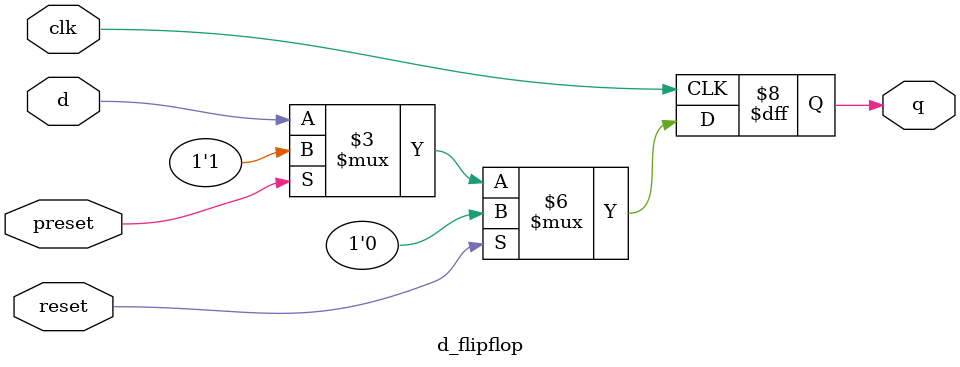
<source format=v>
module d_flipflop(q, d, clk, preset, reset);
    input d, clk, preset, reset;
    output reg q;
    always @(negedge clk) begin
        if (reset) q <= 1'b0;
        else if (preset) q <= 1'b1;
        else q <= d;
    end
endmodule
</source>
